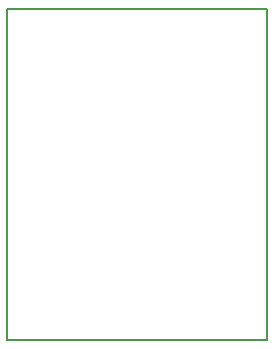
<source format=gm1>
G04 #@! TF.FileFunction,Profile,NP*
%FSLAX46Y46*%
G04 Gerber Fmt 4.6, Leading zero omitted, Abs format (unit mm)*
G04 Created by KiCad (PCBNEW 4.0.2-stable) date 6/22/2017 3:55:45 PM*
%MOMM*%
G01*
G04 APERTURE LIST*
%ADD10C,0.100000*%
%ADD11C,0.150000*%
G04 APERTURE END LIST*
D10*
D11*
X100000000Y-128000000D02*
X100000000Y-100000000D01*
X122000000Y-128000000D02*
X100000000Y-128000000D01*
X122000000Y-100000000D02*
X122000000Y-128000000D01*
X100000000Y-100000000D02*
X122000000Y-100000000D01*
M02*

</source>
